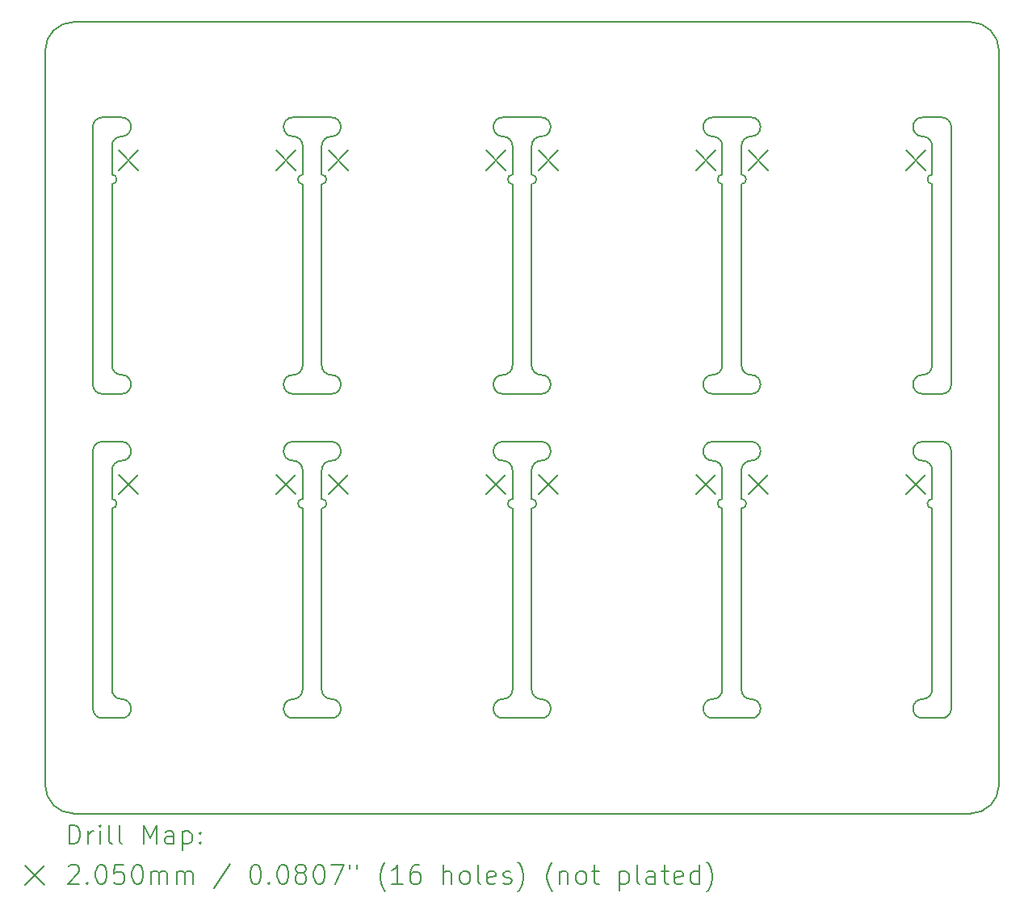
<source format=gbr>
%TF.GenerationSoftware,KiCad,Pcbnew,8.0.2-1*%
%TF.CreationDate,2024-07-25T16:39:09+09:00*%
%TF.ProjectId,leafony-lora-abz_Panelized_Ver1.2,6c656166-6f6e-4792-9d6c-6f72612d6162,rev?*%
%TF.SameCoordinates,PX4a62f80PY7829b80*%
%TF.FileFunction,Drillmap*%
%TF.FilePolarity,Positive*%
%FSLAX45Y45*%
G04 Gerber Fmt 4.5, Leading zero omitted, Abs format (unit mm)*
G04 Created by KiCad (PCBNEW 8.0.2-1) date 2024-07-25 16:39:09*
%MOMM*%
%LPD*%
G01*
G04 APERTURE LIST*
%ADD10C,0.150000*%
%ADD11C,0.200000*%
%ADD12C,0.205000*%
G04 APERTURE END LIST*
D10*
X800000Y3900000D02*
X600000Y3900000D01*
X2900000Y3600000D02*
G75*
G02*
X3000000Y3700000I100000J0D01*
G01*
X2900000Y6600000D02*
X2900000Y4700000D01*
X7400000Y4600000D02*
G75*
G02*
X7300000Y4700000I0J100000D01*
G01*
X2600000Y1000000D02*
X3000000Y1000000D01*
X5200000Y1200000D02*
G75*
G02*
X5100000Y1300000I0J100000D01*
G01*
X7300000Y3600000D02*
X7300000Y3300000D01*
X9300000Y3200000D02*
X9300000Y1300000D01*
X7400000Y1200000D02*
G75*
G02*
X7400000Y1000000I0J-100000D01*
G01*
X7400000Y4600000D02*
G75*
G02*
X7400000Y4400000I0J-100000D01*
G01*
X7000000Y1000000D02*
X7400000Y1000000D01*
X7300000Y3600000D02*
G75*
G02*
X7400000Y3700000I100000J0D01*
G01*
X7000000Y1000000D02*
G75*
G02*
X7000000Y1200000I0J100000D01*
G01*
X9400000Y7300000D02*
G75*
G02*
X9500000Y7200000I0J-100000D01*
G01*
X500000Y7200000D02*
G75*
G02*
X600000Y7300000I100000J0D01*
G01*
X0Y300000D02*
X0Y8000000D01*
X7100000Y3200000D02*
G75*
G02*
X7100000Y3300000I0J50000D01*
G01*
X2900000Y3600000D02*
X2900000Y3300000D01*
X9200000Y3700000D02*
G75*
G02*
X9200000Y3900000I0J100000D01*
G01*
X7300000Y3300000D02*
G75*
G02*
X7300000Y3200000I0J-50000D01*
G01*
X4800000Y7100000D02*
G75*
G02*
X4900000Y7000000I0J-100000D01*
G01*
X2600000Y7100000D02*
G75*
G02*
X2600000Y7300000I0J100000D01*
G01*
X9300000Y7000000D02*
X9300000Y6700000D01*
X9400000Y7300000D02*
X9200000Y7300000D01*
X9400000Y3900000D02*
G75*
G02*
X9500000Y3800000I0J-100000D01*
G01*
X9300000Y3600000D02*
X9300000Y3300000D01*
X4800000Y3700000D02*
G75*
G02*
X4800000Y3900000I0J100000D01*
G01*
X9300000Y6600000D02*
G75*
G02*
X9300000Y6700000I0J50000D01*
G01*
X800000Y4600000D02*
G75*
G02*
X800000Y4400000I0J-100000D01*
G01*
X10000000Y8000000D02*
X10000000Y300000D01*
X9200000Y3700000D02*
G75*
G02*
X9300000Y3600000I0J-100000D01*
G01*
X600000Y1000000D02*
X800000Y1000000D01*
X7400000Y7300000D02*
G75*
G02*
X7400000Y7100000I0J-100000D01*
G01*
X2600000Y4400000D02*
X3000000Y4400000D01*
X7000000Y3700000D02*
G75*
G02*
X7000000Y3900000I0J100000D01*
G01*
X7300000Y7000000D02*
X7300000Y6700000D01*
X700000Y3600000D02*
G75*
G02*
X800000Y3700000I100000J0D01*
G01*
X700000Y3300000D02*
G75*
G02*
X700000Y3200000I0J-50000D01*
G01*
X7100000Y3200000D02*
X7100000Y1300000D01*
X0Y8000000D02*
G75*
G02*
X300000Y8300000I300000J0D01*
G01*
X9500000Y1100000D02*
X9500000Y3800000D01*
X7000000Y7100000D02*
G75*
G02*
X7100000Y7000000I0J-100000D01*
G01*
X5100000Y6700000D02*
G75*
G02*
X5100000Y6600000I0J-50000D01*
G01*
X800000Y4600000D02*
G75*
G02*
X700000Y4700000I0J100000D01*
G01*
X9300000Y1300000D02*
G75*
G02*
X9200000Y1200000I-100000J0D01*
G01*
X10000000Y300000D02*
G75*
G02*
X9700000Y0I-300000J0D01*
G01*
X7000000Y7100000D02*
G75*
G02*
X7000000Y7300000I0J100000D01*
G01*
X4800000Y3700000D02*
G75*
G02*
X4900000Y3600000I0J-100000D01*
G01*
X600000Y4400000D02*
X800000Y4400000D01*
X7400000Y1200000D02*
G75*
G02*
X7300000Y1300000I0J100000D01*
G01*
X9200000Y1000000D02*
X9400000Y1000000D01*
X5100000Y7000000D02*
X5100000Y6700000D01*
X5200000Y7300000D02*
X4800000Y7300000D01*
X5100000Y3200000D02*
X5100000Y1300000D01*
X800000Y7300000D02*
X600000Y7300000D01*
X5200000Y7300000D02*
G75*
G02*
X5200000Y7100000I0J-100000D01*
G01*
X5200000Y4600000D02*
G75*
G02*
X5100000Y4700000I0J100000D01*
G01*
X700000Y6600000D02*
X700000Y4700000D01*
X800000Y3900000D02*
G75*
G02*
X800000Y3700000I0J-100000D01*
G01*
X2900000Y3200000D02*
X2900000Y1300000D01*
X2900000Y6700000D02*
G75*
G02*
X2900000Y6600000I0J-50000D01*
G01*
X9400000Y3900000D02*
X9200000Y3900000D01*
X4800000Y4400000D02*
G75*
G02*
X4800000Y4600000I0J100000D01*
G01*
X7000000Y4400000D02*
G75*
G02*
X7000000Y4600000I0J100000D01*
G01*
X7300000Y6600000D02*
X7300000Y4700000D01*
X5100000Y3600000D02*
X5100000Y3300000D01*
X4800000Y7100000D02*
G75*
G02*
X4800000Y7300000I0J100000D01*
G01*
X3000000Y1200000D02*
G75*
G02*
X2900000Y1300000I0J100000D01*
G01*
X9500000Y4500000D02*
G75*
G02*
X9400000Y4400000I-100000J0D01*
G01*
X2700000Y3200000D02*
G75*
G02*
X2700000Y3300000I0J50000D01*
G01*
X4900000Y7000000D02*
X4900000Y6700000D01*
X7300000Y7000000D02*
G75*
G02*
X7400000Y7100000I100000J0D01*
G01*
X7300000Y3200000D02*
X7300000Y1300000D01*
X5100000Y6600000D02*
X5100000Y4700000D01*
X2600000Y1000000D02*
G75*
G02*
X2600000Y1200000I0J100000D01*
G01*
X3000000Y7300000D02*
G75*
G02*
X3000000Y7100000I0J-100000D01*
G01*
X4900000Y3200000D02*
G75*
G02*
X4900000Y3300000I0J50000D01*
G01*
X9200000Y1000000D02*
G75*
G02*
X9200000Y1200000I0J100000D01*
G01*
X3000000Y7300000D02*
X2600000Y7300000D01*
X9700000Y8300000D02*
G75*
G02*
X10000000Y8000000I0J-300000D01*
G01*
X4900000Y6600000D02*
X4900000Y4700000D01*
X5100000Y3600000D02*
G75*
G02*
X5200000Y3700000I100000J0D01*
G01*
X4900000Y3200000D02*
X4900000Y1300000D01*
X7000000Y3700000D02*
G75*
G02*
X7100000Y3600000I0J-100000D01*
G01*
X700000Y7000000D02*
G75*
G02*
X800000Y7100000I100000J0D01*
G01*
X7400000Y3900000D02*
G75*
G02*
X7400000Y3700000I0J-100000D01*
G01*
X2700000Y6600000D02*
G75*
G02*
X2700000Y6700000I0J50000D01*
G01*
X4900000Y3600000D02*
X4900000Y3300000D01*
X5100000Y3300000D02*
G75*
G02*
X5100000Y3200000I0J-50000D01*
G01*
X9300000Y6600000D02*
X9300000Y4700000D01*
X9200000Y4400000D02*
G75*
G02*
X9200000Y4600000I0J100000D01*
G01*
X800000Y1200000D02*
G75*
G02*
X700000Y1300000I0J100000D01*
G01*
X600000Y4400000D02*
G75*
G02*
X500000Y4500000I0J100000D01*
G01*
X7100000Y4700000D02*
G75*
G02*
X7000000Y4600000I-100000J0D01*
G01*
X2700000Y6600000D02*
X2700000Y4700000D01*
X2900000Y3300000D02*
G75*
G02*
X2900000Y3200000I0J-50000D01*
G01*
X7300000Y6700000D02*
G75*
G02*
X7300000Y6600000I0J-50000D01*
G01*
X600000Y1000000D02*
G75*
G02*
X500000Y1100000I0J100000D01*
G01*
X2900000Y7000000D02*
X2900000Y6700000D01*
X300000Y8300000D02*
X9700000Y8300000D01*
X700000Y6700000D02*
G75*
G02*
X700000Y6600000I0J-50000D01*
G01*
X7100000Y7000000D02*
X7100000Y6700000D01*
X4800000Y1000000D02*
G75*
G02*
X4800000Y1200000I0J100000D01*
G01*
X500000Y3800000D02*
G75*
G02*
X600000Y3900000I100000J0D01*
G01*
X3000000Y3900000D02*
G75*
G02*
X3000000Y3700000I0J-100000D01*
G01*
X5200000Y1200000D02*
G75*
G02*
X5200000Y1000000I0J-100000D01*
G01*
X9700000Y0D02*
X300000Y0D01*
X7000000Y4400000D02*
X7400000Y4400000D01*
X3000000Y4600000D02*
G75*
G02*
X2900000Y4700000I0J100000D01*
G01*
X300000Y0D02*
G75*
G02*
X0Y300000I0J300000D01*
G01*
X5200000Y4600000D02*
G75*
G02*
X5200000Y4400000I0J-100000D01*
G01*
X4900000Y4700000D02*
G75*
G02*
X4800000Y4600000I-100000J0D01*
G01*
X2700000Y4700000D02*
G75*
G02*
X2600000Y4600000I-100000J0D01*
G01*
X9500000Y4500000D02*
X9500000Y7200000D01*
X2600000Y3700000D02*
G75*
G02*
X2700000Y3600000I0J-100000D01*
G01*
X800000Y7300000D02*
G75*
G02*
X800000Y7100000I0J-100000D01*
G01*
X2600000Y4400000D02*
G75*
G02*
X2600000Y4600000I0J100000D01*
G01*
X500000Y7200000D02*
X500000Y4500000D01*
X4900000Y1300000D02*
G75*
G02*
X4800000Y1200000I-100000J0D01*
G01*
X2700000Y3200000D02*
X2700000Y1300000D01*
X4900000Y6600000D02*
G75*
G02*
X4900000Y6700000I0J50000D01*
G01*
X9200000Y4400000D02*
X9400000Y4400000D01*
X7100000Y1300000D02*
G75*
G02*
X7000000Y1200000I-100000J0D01*
G01*
X7400000Y3900000D02*
X7000000Y3900000D01*
X7100000Y6600000D02*
G75*
G02*
X7100000Y6700000I0J50000D01*
G01*
X500000Y3800000D02*
X500000Y1100000D01*
X9200000Y7100000D02*
G75*
G02*
X9200000Y7300000I0J100000D01*
G01*
X3000000Y3900000D02*
X2600000Y3900000D01*
X4800000Y1000000D02*
X5200000Y1000000D01*
X2600000Y7100000D02*
G75*
G02*
X2700000Y7000000I0J-100000D01*
G01*
X700000Y3600000D02*
X700000Y3300000D01*
X9300000Y3200000D02*
G75*
G02*
X9300000Y3300000I0J50000D01*
G01*
X700000Y3200000D02*
X700000Y1300000D01*
X2600000Y3700000D02*
G75*
G02*
X2600000Y3900000I0J100000D01*
G01*
X700000Y7000000D02*
X700000Y6700000D01*
X2700000Y3600000D02*
X2700000Y3300000D01*
X9300000Y4700000D02*
G75*
G02*
X9200000Y4600000I-100000J0D01*
G01*
X5200000Y3900000D02*
G75*
G02*
X5200000Y3700000I0J-100000D01*
G01*
X9500000Y1100000D02*
G75*
G02*
X9400000Y1000000I-100000J0D01*
G01*
X7400000Y7300000D02*
X7000000Y7300000D01*
X2700000Y7000000D02*
X2700000Y6700000D01*
X7100000Y6600000D02*
X7100000Y4700000D01*
X800000Y1200000D02*
G75*
G02*
X800000Y1000000I0J-100000D01*
G01*
X5200000Y3900000D02*
X4800000Y3900000D01*
X3000000Y1200000D02*
G75*
G02*
X3000000Y1000000I0J-100000D01*
G01*
X4800000Y4400000D02*
X5200000Y4400000D01*
X9200000Y7100000D02*
G75*
G02*
X9300000Y7000000I0J-100000D01*
G01*
X7100000Y3600000D02*
X7100000Y3300000D01*
X5100000Y7000000D02*
G75*
G02*
X5200000Y7100000I100000J0D01*
G01*
X2900000Y7000000D02*
G75*
G02*
X3000000Y7100000I100000J0D01*
G01*
X3000000Y4600000D02*
G75*
G02*
X3000000Y4400000I0J-100000D01*
G01*
X2700000Y1300000D02*
G75*
G02*
X2600000Y1200000I-100000J0D01*
G01*
D11*
D12*
X772500Y6952500D02*
X977500Y6747500D01*
X977500Y6952500D02*
X772500Y6747500D01*
X772500Y3552500D02*
X977500Y3347500D01*
X977500Y3552500D02*
X772500Y3347500D01*
X2422500Y6952500D02*
X2627500Y6747500D01*
X2627500Y6952500D02*
X2422500Y6747500D01*
X2422500Y3552500D02*
X2627500Y3347500D01*
X2627500Y3552500D02*
X2422500Y3347500D01*
X2972500Y6952500D02*
X3177500Y6747500D01*
X3177500Y6952500D02*
X2972500Y6747500D01*
X2972500Y3552500D02*
X3177500Y3347500D01*
X3177500Y3552500D02*
X2972500Y3347500D01*
X4622500Y6952500D02*
X4827500Y6747500D01*
X4827500Y6952500D02*
X4622500Y6747500D01*
X4622500Y3552500D02*
X4827500Y3347500D01*
X4827500Y3552500D02*
X4622500Y3347500D01*
X5172500Y6952500D02*
X5377500Y6747500D01*
X5377500Y6952500D02*
X5172500Y6747500D01*
X5172500Y3552500D02*
X5377500Y3347500D01*
X5377500Y3552500D02*
X5172500Y3347500D01*
X6822500Y6952500D02*
X7027500Y6747500D01*
X7027500Y6952500D02*
X6822500Y6747500D01*
X6822500Y3552500D02*
X7027500Y3347500D01*
X7027500Y3552500D02*
X6822500Y3347500D01*
X7372500Y6952500D02*
X7577500Y6747500D01*
X7577500Y6952500D02*
X7372500Y6747500D01*
X7372500Y3552500D02*
X7577500Y3347500D01*
X7577500Y3552500D02*
X7372500Y3347500D01*
X9022500Y6952500D02*
X9227500Y6747500D01*
X9227500Y6952500D02*
X9022500Y6747500D01*
X9022500Y3552500D02*
X9227500Y3347500D01*
X9227500Y3552500D02*
X9022500Y3347500D01*
D11*
X253277Y-318984D02*
X253277Y-118984D01*
X253277Y-118984D02*
X300896Y-118984D01*
X300896Y-118984D02*
X329467Y-128508D01*
X329467Y-128508D02*
X348515Y-147555D01*
X348515Y-147555D02*
X358039Y-166603D01*
X358039Y-166603D02*
X367562Y-204698D01*
X367562Y-204698D02*
X367562Y-233269D01*
X367562Y-233269D02*
X358039Y-271365D01*
X358039Y-271365D02*
X348515Y-290412D01*
X348515Y-290412D02*
X329467Y-309460D01*
X329467Y-309460D02*
X300896Y-318984D01*
X300896Y-318984D02*
X253277Y-318984D01*
X453277Y-318984D02*
X453277Y-185650D01*
X453277Y-223746D02*
X462801Y-204698D01*
X462801Y-204698D02*
X472324Y-195174D01*
X472324Y-195174D02*
X491372Y-185650D01*
X491372Y-185650D02*
X510420Y-185650D01*
X577086Y-318984D02*
X577086Y-185650D01*
X577086Y-118984D02*
X567563Y-128508D01*
X567563Y-128508D02*
X577086Y-138031D01*
X577086Y-138031D02*
X586610Y-128508D01*
X586610Y-128508D02*
X577086Y-118984D01*
X577086Y-118984D02*
X577086Y-138031D01*
X700896Y-318984D02*
X681848Y-309460D01*
X681848Y-309460D02*
X672324Y-290412D01*
X672324Y-290412D02*
X672324Y-118984D01*
X805658Y-318984D02*
X786610Y-309460D01*
X786610Y-309460D02*
X777086Y-290412D01*
X777086Y-290412D02*
X777086Y-118984D01*
X1034229Y-318984D02*
X1034229Y-118984D01*
X1034229Y-118984D02*
X1100896Y-261841D01*
X1100896Y-261841D02*
X1167563Y-118984D01*
X1167563Y-118984D02*
X1167563Y-318984D01*
X1348515Y-318984D02*
X1348515Y-214222D01*
X1348515Y-214222D02*
X1338991Y-195174D01*
X1338991Y-195174D02*
X1319944Y-185650D01*
X1319944Y-185650D02*
X1281848Y-185650D01*
X1281848Y-185650D02*
X1262801Y-195174D01*
X1348515Y-309460D02*
X1329467Y-318984D01*
X1329467Y-318984D02*
X1281848Y-318984D01*
X1281848Y-318984D02*
X1262801Y-309460D01*
X1262801Y-309460D02*
X1253277Y-290412D01*
X1253277Y-290412D02*
X1253277Y-271365D01*
X1253277Y-271365D02*
X1262801Y-252317D01*
X1262801Y-252317D02*
X1281848Y-242793D01*
X1281848Y-242793D02*
X1329467Y-242793D01*
X1329467Y-242793D02*
X1348515Y-233269D01*
X1443753Y-185650D02*
X1443753Y-385650D01*
X1443753Y-195174D02*
X1462801Y-185650D01*
X1462801Y-185650D02*
X1500896Y-185650D01*
X1500896Y-185650D02*
X1519943Y-195174D01*
X1519943Y-195174D02*
X1529467Y-204698D01*
X1529467Y-204698D02*
X1538991Y-223746D01*
X1538991Y-223746D02*
X1538991Y-280889D01*
X1538991Y-280889D02*
X1529467Y-299936D01*
X1529467Y-299936D02*
X1519943Y-309460D01*
X1519943Y-309460D02*
X1500896Y-318984D01*
X1500896Y-318984D02*
X1462801Y-318984D01*
X1462801Y-318984D02*
X1443753Y-309460D01*
X1624705Y-299936D02*
X1634229Y-309460D01*
X1634229Y-309460D02*
X1624705Y-318984D01*
X1624705Y-318984D02*
X1615182Y-309460D01*
X1615182Y-309460D02*
X1624705Y-299936D01*
X1624705Y-299936D02*
X1624705Y-318984D01*
X1624705Y-195174D02*
X1634229Y-204698D01*
X1634229Y-204698D02*
X1624705Y-214222D01*
X1624705Y-214222D02*
X1615182Y-204698D01*
X1615182Y-204698D02*
X1624705Y-195174D01*
X1624705Y-195174D02*
X1624705Y-214222D01*
X-207500Y-547500D02*
X-7500Y-747500D01*
X-7500Y-547500D02*
X-207500Y-747500D01*
X243753Y-558031D02*
X253277Y-548508D01*
X253277Y-548508D02*
X272324Y-538984D01*
X272324Y-538984D02*
X319944Y-538984D01*
X319944Y-538984D02*
X338991Y-548508D01*
X338991Y-548508D02*
X348515Y-558031D01*
X348515Y-558031D02*
X358039Y-577079D01*
X358039Y-577079D02*
X358039Y-596127D01*
X358039Y-596127D02*
X348515Y-624698D01*
X348515Y-624698D02*
X234229Y-738984D01*
X234229Y-738984D02*
X358039Y-738984D01*
X443753Y-719936D02*
X453277Y-729460D01*
X453277Y-729460D02*
X443753Y-738984D01*
X443753Y-738984D02*
X434229Y-729460D01*
X434229Y-729460D02*
X443753Y-719936D01*
X443753Y-719936D02*
X443753Y-738984D01*
X577086Y-538984D02*
X596134Y-538984D01*
X596134Y-538984D02*
X615182Y-548508D01*
X615182Y-548508D02*
X624705Y-558031D01*
X624705Y-558031D02*
X634229Y-577079D01*
X634229Y-577079D02*
X643753Y-615174D01*
X643753Y-615174D02*
X643753Y-662793D01*
X643753Y-662793D02*
X634229Y-700888D01*
X634229Y-700888D02*
X624705Y-719936D01*
X624705Y-719936D02*
X615182Y-729460D01*
X615182Y-729460D02*
X596134Y-738984D01*
X596134Y-738984D02*
X577086Y-738984D01*
X577086Y-738984D02*
X558039Y-729460D01*
X558039Y-729460D02*
X548515Y-719936D01*
X548515Y-719936D02*
X538991Y-700888D01*
X538991Y-700888D02*
X529467Y-662793D01*
X529467Y-662793D02*
X529467Y-615174D01*
X529467Y-615174D02*
X538991Y-577079D01*
X538991Y-577079D02*
X548515Y-558031D01*
X548515Y-558031D02*
X558039Y-548508D01*
X558039Y-548508D02*
X577086Y-538984D01*
X824705Y-538984D02*
X729467Y-538984D01*
X729467Y-538984D02*
X719943Y-634222D01*
X719943Y-634222D02*
X729467Y-624698D01*
X729467Y-624698D02*
X748515Y-615174D01*
X748515Y-615174D02*
X796134Y-615174D01*
X796134Y-615174D02*
X815182Y-624698D01*
X815182Y-624698D02*
X824705Y-634222D01*
X824705Y-634222D02*
X834229Y-653270D01*
X834229Y-653270D02*
X834229Y-700888D01*
X834229Y-700888D02*
X824705Y-719936D01*
X824705Y-719936D02*
X815182Y-729460D01*
X815182Y-729460D02*
X796134Y-738984D01*
X796134Y-738984D02*
X748515Y-738984D01*
X748515Y-738984D02*
X729467Y-729460D01*
X729467Y-729460D02*
X719943Y-719936D01*
X958039Y-538984D02*
X977086Y-538984D01*
X977086Y-538984D02*
X996134Y-548508D01*
X996134Y-548508D02*
X1005658Y-558031D01*
X1005658Y-558031D02*
X1015182Y-577079D01*
X1015182Y-577079D02*
X1024705Y-615174D01*
X1024705Y-615174D02*
X1024705Y-662793D01*
X1024705Y-662793D02*
X1015182Y-700888D01*
X1015182Y-700888D02*
X1005658Y-719936D01*
X1005658Y-719936D02*
X996134Y-729460D01*
X996134Y-729460D02*
X977086Y-738984D01*
X977086Y-738984D02*
X958039Y-738984D01*
X958039Y-738984D02*
X938991Y-729460D01*
X938991Y-729460D02*
X929467Y-719936D01*
X929467Y-719936D02*
X919943Y-700888D01*
X919943Y-700888D02*
X910420Y-662793D01*
X910420Y-662793D02*
X910420Y-615174D01*
X910420Y-615174D02*
X919943Y-577079D01*
X919943Y-577079D02*
X929467Y-558031D01*
X929467Y-558031D02*
X938991Y-548508D01*
X938991Y-548508D02*
X958039Y-538984D01*
X1110420Y-738984D02*
X1110420Y-605650D01*
X1110420Y-624698D02*
X1119944Y-615174D01*
X1119944Y-615174D02*
X1138991Y-605650D01*
X1138991Y-605650D02*
X1167563Y-605650D01*
X1167563Y-605650D02*
X1186610Y-615174D01*
X1186610Y-615174D02*
X1196134Y-634222D01*
X1196134Y-634222D02*
X1196134Y-738984D01*
X1196134Y-634222D02*
X1205658Y-615174D01*
X1205658Y-615174D02*
X1224705Y-605650D01*
X1224705Y-605650D02*
X1253277Y-605650D01*
X1253277Y-605650D02*
X1272325Y-615174D01*
X1272325Y-615174D02*
X1281848Y-634222D01*
X1281848Y-634222D02*
X1281848Y-738984D01*
X1377086Y-738984D02*
X1377086Y-605650D01*
X1377086Y-624698D02*
X1386610Y-615174D01*
X1386610Y-615174D02*
X1405658Y-605650D01*
X1405658Y-605650D02*
X1434229Y-605650D01*
X1434229Y-605650D02*
X1453277Y-615174D01*
X1453277Y-615174D02*
X1462801Y-634222D01*
X1462801Y-634222D02*
X1462801Y-738984D01*
X1462801Y-634222D02*
X1472324Y-615174D01*
X1472324Y-615174D02*
X1491372Y-605650D01*
X1491372Y-605650D02*
X1519943Y-605650D01*
X1519943Y-605650D02*
X1538991Y-615174D01*
X1538991Y-615174D02*
X1548515Y-634222D01*
X1548515Y-634222D02*
X1548515Y-738984D01*
X1938991Y-529460D02*
X1767563Y-786603D01*
X2196134Y-538984D02*
X2215182Y-538984D01*
X2215182Y-538984D02*
X2234229Y-548508D01*
X2234229Y-548508D02*
X2243753Y-558031D01*
X2243753Y-558031D02*
X2253277Y-577079D01*
X2253277Y-577079D02*
X2262801Y-615174D01*
X2262801Y-615174D02*
X2262801Y-662793D01*
X2262801Y-662793D02*
X2253277Y-700888D01*
X2253277Y-700888D02*
X2243753Y-719936D01*
X2243753Y-719936D02*
X2234229Y-729460D01*
X2234229Y-729460D02*
X2215182Y-738984D01*
X2215182Y-738984D02*
X2196134Y-738984D01*
X2196134Y-738984D02*
X2177087Y-729460D01*
X2177087Y-729460D02*
X2167563Y-719936D01*
X2167563Y-719936D02*
X2158039Y-700888D01*
X2158039Y-700888D02*
X2148515Y-662793D01*
X2148515Y-662793D02*
X2148515Y-615174D01*
X2148515Y-615174D02*
X2158039Y-577079D01*
X2158039Y-577079D02*
X2167563Y-558031D01*
X2167563Y-558031D02*
X2177087Y-548508D01*
X2177087Y-548508D02*
X2196134Y-538984D01*
X2348515Y-719936D02*
X2358039Y-729460D01*
X2358039Y-729460D02*
X2348515Y-738984D01*
X2348515Y-738984D02*
X2338991Y-729460D01*
X2338991Y-729460D02*
X2348515Y-719936D01*
X2348515Y-719936D02*
X2348515Y-738984D01*
X2481848Y-538984D02*
X2500896Y-538984D01*
X2500896Y-538984D02*
X2519944Y-548508D01*
X2519944Y-548508D02*
X2529468Y-558031D01*
X2529468Y-558031D02*
X2538991Y-577079D01*
X2538991Y-577079D02*
X2548515Y-615174D01*
X2548515Y-615174D02*
X2548515Y-662793D01*
X2548515Y-662793D02*
X2538991Y-700888D01*
X2538991Y-700888D02*
X2529468Y-719936D01*
X2529468Y-719936D02*
X2519944Y-729460D01*
X2519944Y-729460D02*
X2500896Y-738984D01*
X2500896Y-738984D02*
X2481848Y-738984D01*
X2481848Y-738984D02*
X2462801Y-729460D01*
X2462801Y-729460D02*
X2453277Y-719936D01*
X2453277Y-719936D02*
X2443753Y-700888D01*
X2443753Y-700888D02*
X2434229Y-662793D01*
X2434229Y-662793D02*
X2434229Y-615174D01*
X2434229Y-615174D02*
X2443753Y-577079D01*
X2443753Y-577079D02*
X2453277Y-558031D01*
X2453277Y-558031D02*
X2462801Y-548508D01*
X2462801Y-548508D02*
X2481848Y-538984D01*
X2662801Y-624698D02*
X2643753Y-615174D01*
X2643753Y-615174D02*
X2634229Y-605650D01*
X2634229Y-605650D02*
X2624706Y-586603D01*
X2624706Y-586603D02*
X2624706Y-577079D01*
X2624706Y-577079D02*
X2634229Y-558031D01*
X2634229Y-558031D02*
X2643753Y-548508D01*
X2643753Y-548508D02*
X2662801Y-538984D01*
X2662801Y-538984D02*
X2700896Y-538984D01*
X2700896Y-538984D02*
X2719944Y-548508D01*
X2719944Y-548508D02*
X2729468Y-558031D01*
X2729468Y-558031D02*
X2738991Y-577079D01*
X2738991Y-577079D02*
X2738991Y-586603D01*
X2738991Y-586603D02*
X2729468Y-605650D01*
X2729468Y-605650D02*
X2719944Y-615174D01*
X2719944Y-615174D02*
X2700896Y-624698D01*
X2700896Y-624698D02*
X2662801Y-624698D01*
X2662801Y-624698D02*
X2643753Y-634222D01*
X2643753Y-634222D02*
X2634229Y-643746D01*
X2634229Y-643746D02*
X2624706Y-662793D01*
X2624706Y-662793D02*
X2624706Y-700888D01*
X2624706Y-700888D02*
X2634229Y-719936D01*
X2634229Y-719936D02*
X2643753Y-729460D01*
X2643753Y-729460D02*
X2662801Y-738984D01*
X2662801Y-738984D02*
X2700896Y-738984D01*
X2700896Y-738984D02*
X2719944Y-729460D01*
X2719944Y-729460D02*
X2729468Y-719936D01*
X2729468Y-719936D02*
X2738991Y-700888D01*
X2738991Y-700888D02*
X2738991Y-662793D01*
X2738991Y-662793D02*
X2729468Y-643746D01*
X2729468Y-643746D02*
X2719944Y-634222D01*
X2719944Y-634222D02*
X2700896Y-624698D01*
X2862801Y-538984D02*
X2881848Y-538984D01*
X2881848Y-538984D02*
X2900896Y-548508D01*
X2900896Y-548508D02*
X2910420Y-558031D01*
X2910420Y-558031D02*
X2919944Y-577079D01*
X2919944Y-577079D02*
X2929467Y-615174D01*
X2929467Y-615174D02*
X2929467Y-662793D01*
X2929467Y-662793D02*
X2919944Y-700888D01*
X2919944Y-700888D02*
X2910420Y-719936D01*
X2910420Y-719936D02*
X2900896Y-729460D01*
X2900896Y-729460D02*
X2881848Y-738984D01*
X2881848Y-738984D02*
X2862801Y-738984D01*
X2862801Y-738984D02*
X2843753Y-729460D01*
X2843753Y-729460D02*
X2834229Y-719936D01*
X2834229Y-719936D02*
X2824706Y-700888D01*
X2824706Y-700888D02*
X2815182Y-662793D01*
X2815182Y-662793D02*
X2815182Y-615174D01*
X2815182Y-615174D02*
X2824706Y-577079D01*
X2824706Y-577079D02*
X2834229Y-558031D01*
X2834229Y-558031D02*
X2843753Y-548508D01*
X2843753Y-548508D02*
X2862801Y-538984D01*
X2996134Y-538984D02*
X3129467Y-538984D01*
X3129467Y-538984D02*
X3043753Y-738984D01*
X3196134Y-538984D02*
X3196134Y-577079D01*
X3272325Y-538984D02*
X3272325Y-577079D01*
X3567563Y-815174D02*
X3558039Y-805650D01*
X3558039Y-805650D02*
X3538991Y-777079D01*
X3538991Y-777079D02*
X3529468Y-758031D01*
X3529468Y-758031D02*
X3519944Y-729460D01*
X3519944Y-729460D02*
X3510420Y-681841D01*
X3510420Y-681841D02*
X3510420Y-643746D01*
X3510420Y-643746D02*
X3519944Y-596127D01*
X3519944Y-596127D02*
X3529468Y-567555D01*
X3529468Y-567555D02*
X3538991Y-548508D01*
X3538991Y-548508D02*
X3558039Y-519936D01*
X3558039Y-519936D02*
X3567563Y-510412D01*
X3748515Y-738984D02*
X3634229Y-738984D01*
X3691372Y-738984D02*
X3691372Y-538984D01*
X3691372Y-538984D02*
X3672325Y-567555D01*
X3672325Y-567555D02*
X3653277Y-586603D01*
X3653277Y-586603D02*
X3634229Y-596127D01*
X3919944Y-538984D02*
X3881848Y-538984D01*
X3881848Y-538984D02*
X3862801Y-548508D01*
X3862801Y-548508D02*
X3853277Y-558031D01*
X3853277Y-558031D02*
X3834229Y-586603D01*
X3834229Y-586603D02*
X3824706Y-624698D01*
X3824706Y-624698D02*
X3824706Y-700888D01*
X3824706Y-700888D02*
X3834229Y-719936D01*
X3834229Y-719936D02*
X3843753Y-729460D01*
X3843753Y-729460D02*
X3862801Y-738984D01*
X3862801Y-738984D02*
X3900896Y-738984D01*
X3900896Y-738984D02*
X3919944Y-729460D01*
X3919944Y-729460D02*
X3929468Y-719936D01*
X3929468Y-719936D02*
X3938991Y-700888D01*
X3938991Y-700888D02*
X3938991Y-653270D01*
X3938991Y-653270D02*
X3929468Y-634222D01*
X3929468Y-634222D02*
X3919944Y-624698D01*
X3919944Y-624698D02*
X3900896Y-615174D01*
X3900896Y-615174D02*
X3862801Y-615174D01*
X3862801Y-615174D02*
X3843753Y-624698D01*
X3843753Y-624698D02*
X3834229Y-634222D01*
X3834229Y-634222D02*
X3824706Y-653270D01*
X4177087Y-738984D02*
X4177087Y-538984D01*
X4262801Y-738984D02*
X4262801Y-634222D01*
X4262801Y-634222D02*
X4253277Y-615174D01*
X4253277Y-615174D02*
X4234230Y-605650D01*
X4234230Y-605650D02*
X4205658Y-605650D01*
X4205658Y-605650D02*
X4186610Y-615174D01*
X4186610Y-615174D02*
X4177087Y-624698D01*
X4386611Y-738984D02*
X4367563Y-729460D01*
X4367563Y-729460D02*
X4358039Y-719936D01*
X4358039Y-719936D02*
X4348515Y-700888D01*
X4348515Y-700888D02*
X4348515Y-643746D01*
X4348515Y-643746D02*
X4358039Y-624698D01*
X4358039Y-624698D02*
X4367563Y-615174D01*
X4367563Y-615174D02*
X4386611Y-605650D01*
X4386611Y-605650D02*
X4415182Y-605650D01*
X4415182Y-605650D02*
X4434230Y-615174D01*
X4434230Y-615174D02*
X4443753Y-624698D01*
X4443753Y-624698D02*
X4453277Y-643746D01*
X4453277Y-643746D02*
X4453277Y-700888D01*
X4453277Y-700888D02*
X4443753Y-719936D01*
X4443753Y-719936D02*
X4434230Y-729460D01*
X4434230Y-729460D02*
X4415182Y-738984D01*
X4415182Y-738984D02*
X4386611Y-738984D01*
X4567563Y-738984D02*
X4548515Y-729460D01*
X4548515Y-729460D02*
X4538992Y-710412D01*
X4538992Y-710412D02*
X4538992Y-538984D01*
X4719944Y-729460D02*
X4700896Y-738984D01*
X4700896Y-738984D02*
X4662801Y-738984D01*
X4662801Y-738984D02*
X4643753Y-729460D01*
X4643753Y-729460D02*
X4634230Y-710412D01*
X4634230Y-710412D02*
X4634230Y-634222D01*
X4634230Y-634222D02*
X4643753Y-615174D01*
X4643753Y-615174D02*
X4662801Y-605650D01*
X4662801Y-605650D02*
X4700896Y-605650D01*
X4700896Y-605650D02*
X4719944Y-615174D01*
X4719944Y-615174D02*
X4729468Y-634222D01*
X4729468Y-634222D02*
X4729468Y-653270D01*
X4729468Y-653270D02*
X4634230Y-672317D01*
X4805658Y-729460D02*
X4824706Y-738984D01*
X4824706Y-738984D02*
X4862801Y-738984D01*
X4862801Y-738984D02*
X4881849Y-729460D01*
X4881849Y-729460D02*
X4891373Y-710412D01*
X4891373Y-710412D02*
X4891373Y-700888D01*
X4891373Y-700888D02*
X4881849Y-681841D01*
X4881849Y-681841D02*
X4862801Y-672317D01*
X4862801Y-672317D02*
X4834230Y-672317D01*
X4834230Y-672317D02*
X4815182Y-662793D01*
X4815182Y-662793D02*
X4805658Y-643746D01*
X4805658Y-643746D02*
X4805658Y-634222D01*
X4805658Y-634222D02*
X4815182Y-615174D01*
X4815182Y-615174D02*
X4834230Y-605650D01*
X4834230Y-605650D02*
X4862801Y-605650D01*
X4862801Y-605650D02*
X4881849Y-615174D01*
X4958039Y-815174D02*
X4967563Y-805650D01*
X4967563Y-805650D02*
X4986611Y-777079D01*
X4986611Y-777079D02*
X4996134Y-758031D01*
X4996134Y-758031D02*
X5005658Y-729460D01*
X5005658Y-729460D02*
X5015182Y-681841D01*
X5015182Y-681841D02*
X5015182Y-643746D01*
X5015182Y-643746D02*
X5005658Y-596127D01*
X5005658Y-596127D02*
X4996134Y-567555D01*
X4996134Y-567555D02*
X4986611Y-548508D01*
X4986611Y-548508D02*
X4967563Y-519936D01*
X4967563Y-519936D02*
X4958039Y-510412D01*
X5319944Y-815174D02*
X5310420Y-805650D01*
X5310420Y-805650D02*
X5291373Y-777079D01*
X5291373Y-777079D02*
X5281849Y-758031D01*
X5281849Y-758031D02*
X5272325Y-729460D01*
X5272325Y-729460D02*
X5262801Y-681841D01*
X5262801Y-681841D02*
X5262801Y-643746D01*
X5262801Y-643746D02*
X5272325Y-596127D01*
X5272325Y-596127D02*
X5281849Y-567555D01*
X5281849Y-567555D02*
X5291373Y-548508D01*
X5291373Y-548508D02*
X5310420Y-519936D01*
X5310420Y-519936D02*
X5319944Y-510412D01*
X5396134Y-605650D02*
X5396134Y-738984D01*
X5396134Y-624698D02*
X5405658Y-615174D01*
X5405658Y-615174D02*
X5424706Y-605650D01*
X5424706Y-605650D02*
X5453277Y-605650D01*
X5453277Y-605650D02*
X5472325Y-615174D01*
X5472325Y-615174D02*
X5481849Y-634222D01*
X5481849Y-634222D02*
X5481849Y-738984D01*
X5605658Y-738984D02*
X5586611Y-729460D01*
X5586611Y-729460D02*
X5577087Y-719936D01*
X5577087Y-719936D02*
X5567563Y-700888D01*
X5567563Y-700888D02*
X5567563Y-643746D01*
X5567563Y-643746D02*
X5577087Y-624698D01*
X5577087Y-624698D02*
X5586611Y-615174D01*
X5586611Y-615174D02*
X5605658Y-605650D01*
X5605658Y-605650D02*
X5634230Y-605650D01*
X5634230Y-605650D02*
X5653277Y-615174D01*
X5653277Y-615174D02*
X5662801Y-624698D01*
X5662801Y-624698D02*
X5672325Y-643746D01*
X5672325Y-643746D02*
X5672325Y-700888D01*
X5672325Y-700888D02*
X5662801Y-719936D01*
X5662801Y-719936D02*
X5653277Y-729460D01*
X5653277Y-729460D02*
X5634230Y-738984D01*
X5634230Y-738984D02*
X5605658Y-738984D01*
X5729468Y-605650D02*
X5805658Y-605650D01*
X5758039Y-538984D02*
X5758039Y-710412D01*
X5758039Y-710412D02*
X5767563Y-729460D01*
X5767563Y-729460D02*
X5786611Y-738984D01*
X5786611Y-738984D02*
X5805658Y-738984D01*
X6024706Y-605650D02*
X6024706Y-805650D01*
X6024706Y-615174D02*
X6043753Y-605650D01*
X6043753Y-605650D02*
X6081849Y-605650D01*
X6081849Y-605650D02*
X6100896Y-615174D01*
X6100896Y-615174D02*
X6110420Y-624698D01*
X6110420Y-624698D02*
X6119944Y-643746D01*
X6119944Y-643746D02*
X6119944Y-700888D01*
X6119944Y-700888D02*
X6110420Y-719936D01*
X6110420Y-719936D02*
X6100896Y-729460D01*
X6100896Y-729460D02*
X6081849Y-738984D01*
X6081849Y-738984D02*
X6043753Y-738984D01*
X6043753Y-738984D02*
X6024706Y-729460D01*
X6234230Y-738984D02*
X6215182Y-729460D01*
X6215182Y-729460D02*
X6205658Y-710412D01*
X6205658Y-710412D02*
X6205658Y-538984D01*
X6396134Y-738984D02*
X6396134Y-634222D01*
X6396134Y-634222D02*
X6386611Y-615174D01*
X6386611Y-615174D02*
X6367563Y-605650D01*
X6367563Y-605650D02*
X6329468Y-605650D01*
X6329468Y-605650D02*
X6310420Y-615174D01*
X6396134Y-729460D02*
X6377087Y-738984D01*
X6377087Y-738984D02*
X6329468Y-738984D01*
X6329468Y-738984D02*
X6310420Y-729460D01*
X6310420Y-729460D02*
X6300896Y-710412D01*
X6300896Y-710412D02*
X6300896Y-691365D01*
X6300896Y-691365D02*
X6310420Y-672317D01*
X6310420Y-672317D02*
X6329468Y-662793D01*
X6329468Y-662793D02*
X6377087Y-662793D01*
X6377087Y-662793D02*
X6396134Y-653270D01*
X6462801Y-605650D02*
X6538992Y-605650D01*
X6491373Y-538984D02*
X6491373Y-710412D01*
X6491373Y-710412D02*
X6500896Y-729460D01*
X6500896Y-729460D02*
X6519944Y-738984D01*
X6519944Y-738984D02*
X6538992Y-738984D01*
X6681849Y-729460D02*
X6662801Y-738984D01*
X6662801Y-738984D02*
X6624706Y-738984D01*
X6624706Y-738984D02*
X6605658Y-729460D01*
X6605658Y-729460D02*
X6596134Y-710412D01*
X6596134Y-710412D02*
X6596134Y-634222D01*
X6596134Y-634222D02*
X6605658Y-615174D01*
X6605658Y-615174D02*
X6624706Y-605650D01*
X6624706Y-605650D02*
X6662801Y-605650D01*
X6662801Y-605650D02*
X6681849Y-615174D01*
X6681849Y-615174D02*
X6691373Y-634222D01*
X6691373Y-634222D02*
X6691373Y-653270D01*
X6691373Y-653270D02*
X6596134Y-672317D01*
X6862801Y-738984D02*
X6862801Y-538984D01*
X6862801Y-729460D02*
X6843754Y-738984D01*
X6843754Y-738984D02*
X6805658Y-738984D01*
X6805658Y-738984D02*
X6786611Y-729460D01*
X6786611Y-729460D02*
X6777087Y-719936D01*
X6777087Y-719936D02*
X6767563Y-700888D01*
X6767563Y-700888D02*
X6767563Y-643746D01*
X6767563Y-643746D02*
X6777087Y-624698D01*
X6777087Y-624698D02*
X6786611Y-615174D01*
X6786611Y-615174D02*
X6805658Y-605650D01*
X6805658Y-605650D02*
X6843754Y-605650D01*
X6843754Y-605650D02*
X6862801Y-615174D01*
X6938992Y-815174D02*
X6948515Y-805650D01*
X6948515Y-805650D02*
X6967563Y-777079D01*
X6967563Y-777079D02*
X6977087Y-758031D01*
X6977087Y-758031D02*
X6986611Y-729460D01*
X6986611Y-729460D02*
X6996134Y-681841D01*
X6996134Y-681841D02*
X6996134Y-643746D01*
X6996134Y-643746D02*
X6986611Y-596127D01*
X6986611Y-596127D02*
X6977087Y-567555D01*
X6977087Y-567555D02*
X6967563Y-548508D01*
X6967563Y-548508D02*
X6948515Y-519936D01*
X6948515Y-519936D02*
X6938992Y-510412D01*
M02*

</source>
